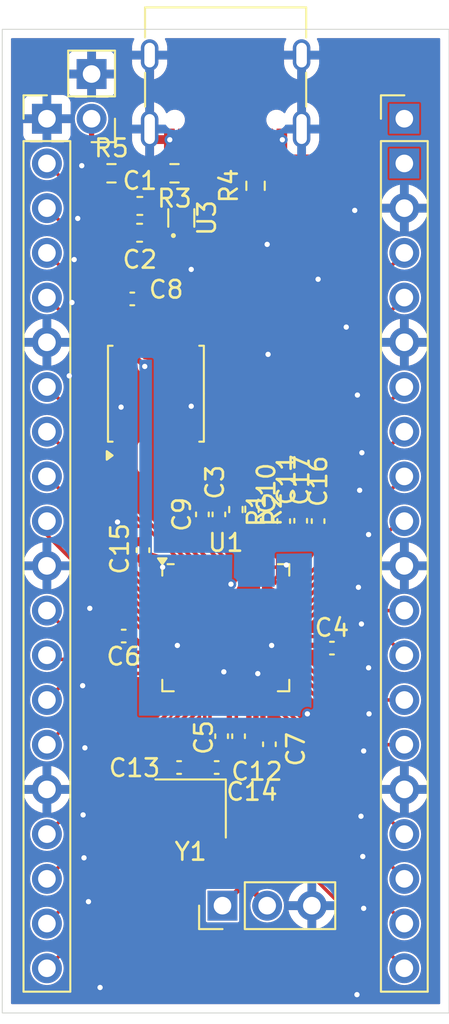
<source format=kicad_pcb>
(kicad_pcb (version 20240108) (generator "pcbnew") (generator_version "8.0")
  (layers (0 "F.Cu" signal) (1 "In1.Cu" signal) (2 "In2.Cu" signal) (31 "B.Cu" signal) (34 "B.Paste" user) (35 "F.Paste" user) (36 "B.SilkS" user "B.Silkscreen") (37 "F.SilkS" user "F.Silkscreen") (38 "B.Mask" user) (39 "F.Mask" user) (44 "Edge.Cuts" user))
  (net 0 "")
  (net 1 "GPIO25")
  (net 2 "GND")
  (net 3 "GPIO19")
  (net 4 "GPIO27")
  (net 5 "GPIO26")
  (net 6 "GPIO16")
  (net 7 "GPIO24")
  (net 8 "GPIO23")
  (net 9 "GPIO21")
  (net 10 "Net-(U1-QSPI_SCLK)")
  (net 11 "GPIO20")
  (net 12 "GPIO22")
  (net 13 "GPIO28")
  (net 14 "Net-(U1-QSPI_SS)")
  (net 15 "GPIO29")
  (net 16 "GPIO18")
  (net 17 "GPIO17")
  (net 18 "GPIO5")
  (net 19 "GPIO9")
  (net 20 "GPIO0")
  (net 21 "GPIO2")
  (net 22 "GPIO14")
  (net 23 "GPIO7")
  (net 24 "GPIO15")
  (net 25 "GPIO11")
  (net 26 "GPIO1")
  (net 27 "GPIO10")
  (net 28 "GPIO4")
  (net 29 "GPIO6")
  (net 30 "GPIO12")
  (net 31 "GPIO8")
  (net 32 "Net-(U1-QSPI_SD0)")
  (net 33 "Net-(U1-QSPI_SD1)")
  (net 34 "GPIO3")
  (net 35 "GPIO13")
  (net 36 "Net-(J4-Pin_2)")
  (net 37 "Net-(J5-Pin_1)")
  (net 38 "Net-(J5-Pin_2)")
  (net 39 "Net-(U1-USB_DP)")
  (net 40 "3.3V")
  (net 41 "Net-(U1-QSPI_SD2)")
  (net 42 "Net-(U1-XIN)")
  (net 43 "Net-(U1-QSPI_SD3)")
  (net 44 "Net-(U1-VREG_VOUT)")
  (net 45 "Net-(U1-XOUT)")
  (net 46 "Net-(U1-USB_DM)")
  (net 47 "Net-(USB1-CC2)")
  (net 48 "Net-(USB1-CC1)")
  (net 51 "5v")
  (net 52 "USB-D+")
  (net 53 "USB-D-")
  (footprint "Capacitor_SMD:C_0402_1005Metric" (layer "F.Cu") (at 139.4714 83.3374 -90)
    (property "Reference" "C5")
    (property "Value" "100nF" (hide yes))
  )
  (footprint "Connector_PinHeader_2.54mm:PinHeader_1x02_P2.54mm_Vertical" (layer "F.Cu") (at 132.08 48.26 180)
    (property "Reference" "J4" (hide yes))
    (property "Value" "Conn_01x02_Pin" (hide yes))
  )
  (footprint "Capacitor_SMD:C_0402_1005Metric" (layer "F.Cu") (at 139.319 70.7364 90)
    (property "Reference" "C3")
    (property "Value" "100nF" (hide yes))
  )
  (footprint "Capacitor_SMD:C_0402_1005Metric" (layer "F.Cu") (at 139.192 85.1154)
    (property "Reference" "C14")
    (property "Value" "3pF" (hide yes))
  )
  (footprint "Connector_PinHeader_2.54mm:PinHeader_1x20_P2.54mm_Vertical" (layer "F.Cu") (at 129.54 48.26)
    (property "Reference" "J2" (hide yes))
    (property "Value" "Conn_01x20_Pin" (hide yes))
  )
  (footprint "Capacitor_SMD:C_0402_1005Metric" (layer "F.Cu") (at 144.9578 71.1174 -90)
    (property "Reference" "C16")
    (property "Value" "100nF" (hide yes))
  )
  (footprint "Capacitor_SMD:C_0402_1005Metric" (layer "F.Cu") (at 133.9062 77.6478 180)
    (property "Reference" "C6")
    (property "Value" "100nF" (hide yes))
  )
  (footprint "Capacitor_SMD:C_0402_1005Metric" (layer "F.Cu") (at 140.4366 83.3374 90)
    (property "Reference" "C12")
    (property "Value" "100nF" (hide yes))
  )
  (footprint "Connector_PinHeader_2.54mm:PinHeader_1x20_P2.54mm_Vertical" (layer "F.Cu") (at 149.86 48.26)
    (property "Reference" "J1" (hide yes))
    (property "Value" "Conn_01x20_Pin" (hide yes))
  )
  (footprint "Capacitor_SMD:C_0402_1005Metric" (layer "F.Cu") (at 138.3792 70.7364 -90)
    (property "Reference" "C9")
    (property "Value" "100nF" (hide yes))
  )
  (footprint "Crystal:Crystal_SMD_3225-4Pin_3.2x2.5mm" (layer "F.Cu") (at 137.7119 87.4437 180)
    (property "Reference" "Y1")
    (property "Value" "12MHz" (hide yes))
  )
  (footprint "Capacitor_SMD:C_0402_1005Metric" (layer "F.Cu") (at 134.394 58.4962 180)
    (property "Reference" "C8")
    (property "Value" "100nF" (hide yes))
  )
  (footprint "Capacitor_SMD:C_0402_1005Metric" (layer "F.Cu") (at 143.9672 71.0972 -90)
    (property "Reference" "C17")
    (property "Value" "100nF" (hide yes))
  )
  (footprint "Capacitor_SMD:C_0402_1005Metric" (layer "F.Cu") (at 135.001 72.7684 -90)
    (property "Reference" "C15")
    (property "Value" "100nF" (hide yes))
  )
  (footprint "Package_DFN_QFN:QFN-56-1EP_7x7mm_P0.4mm_EP3.2x3.2mm" (layer "F.Cu") (at 139.7094 77.1737)
    (property "Reference" "U1")
    (property "Value" "RP2040" (hide yes))
  )
  (footprint "Resistor_SMD:R_0603_1608Metric" (layer "F.Cu") (at 133.2108 51.3588)
    (property "Reference" "R5")
    (property "Value" "1k" (hide yes))
  )
  (footprint "Resistor_SMD:R_0402_1005Metric" (layer "F.Cu") (at 140.2842 70.4616 -90)
    (property "Reference" "R1")
    (property "Value" "27" (hide yes))
  )
  (footprint "Capacitor_SMD:C_0402_1005Metric" (layer "F.Cu") (at 143.002 71.1174 90)
    (property "Reference" "C11")
    (property "Value" "100nF" (hide yes))
  )
  (footprint "Capacitor_SMD:C_0603_1608Metric" (layer "F.Cu") (at 134.8102 54.737)
    (property "Reference" "C2")
    (property "Value" "1uF" (hide yes))
  )
  (footprint "Capacitor_SMD:C_0402_1005Metric" (layer "F.Cu") (at 137.0558 85.1154 180)
    (property "Reference" "C13")
    (property "Value" "3pF" (hide yes))
  )
  (footprint "Resistor_SMD:R_0603_1608Metric" (layer "F.Cu") (at 136.7922 51.3588 180)
    (property "Reference" "R3")
    (property "Value" "5.1k" (hide yes))
  )
  (footprint "Capacitor_SMD:C_0603_1608Metric" (layer "F.Cu") (at 134.8232 53.213)
    (property "Reference" "C1")
    (property "Value" "1uF" (hide yes))
  )
  (footprint "Capacitor_SMD:C_0402_1005Metric" (layer "F.Cu") (at 142.1892 83.7946 90)
    (property "Reference" "C7")
    (property "Value" "100nF" (hide yes))
  )
  (footprint "Package_SON:Texas_X2SON-4_1x1mm_P0.65mm" (layer "F.Cu") (at 137.1802 53.897 90)
    (property "Reference" "U3")
    (property "Value" "TLV74133PDQNR" (hide yes))
  )
  (footprint "Connector_PinHeader_2.54mm:PinHeader_1x03_P2.54mm_Vertical" (layer "F.Cu") (at 139.5222 92.964 90)
    (property "Reference" "J5" (hide yes))
    (property "Value" "Conn_01x02_Pin" (hide yes))
  )
  (footprint "Package_SO:SOIC-8_5.23x5.23mm_P1.27mm" (layer "F.Cu") (at 135.7376 63.881 90)
    (property "Reference" "U2")
    (property "Value" "W25Q128JVS" (hide yes))
  )
  (footprint "Connector_USB:USB_C_Receptacle_G-Switch_GT-USB-7010ASV" (layer "F.Cu") (at 139.7 45.72 180)
    (property "Reference" "USB1" (hide yes))
    (property "Value" "USB_C_Receptacle" (hide yes))
  )
  (footprint "Capacitor_SMD:C_0402_1005Metric" (layer "F.Cu") (at 145.7452 78.3336)
    (property "Reference" "C4")
    (property "Value" "100nF" (hide yes))
  )
  (footprint "Capacitor_SMD:C_0402_1005Metric" (layer "F.Cu") (at 142.0622 71.0972 -90)
    (property "Reference" "C10")
    (property "Value" "100nF" (hide yes))
  )
  (footprint "Resistor_SMD:R_0402_1005Metric" (layer "F.Cu") (at 141.1986 70.4448 -90)
    (property "Reference" "R2")
    (property "Value" "27" (hide yes))
  )
  (footprint "Resistor_SMD:R_0603_1608Metric" (layer "F.Cu") (at 141.4018 52.07 -90)
    (property "Reference" "R4")
    (property "Value" "5.1k" (hide yes))
  )
  (gr_rect (start 127 43.18) (end 152.4 99.06) (stroke (width 0.05)) (fill none) (layer "Edge.Cuts"))
  (segment (start 143.681456 76.5737) (end 146.8182 73.436956) (width 0.2) (layer "F.Cu") (net 1))
  (segment (start 143.1469 76.5737) (end 143.681456 76.5737) (width 0.2) (layer "F.Cu") (net 1))
  (segment (start 146.8182 71.6218) (end 149.86 68.58) (width 0.2) (layer "F.Cu") (net 1))
  (segment (start 146.8182 73.436956) (end 146.8182 71.6218) (width 0.2) (layer "F.Cu") (net 1))
  (via (at 132.5626 97.6122) (size 0.6) (drill 0.3) (layers "F.Cu" "B.Cu") (net 2))
  (via (at 131.5974 87.8078) (size 0.6) (drill 0.3) (layers "F.Cu" "B.Cu") (net 2))
  (via (at 131.5212 50.927) (size 0.6) (drill 0.3) (layers "F.Cu" "B.Cu") (net 2))
  (via (at 147.1676 98.0186) (size 0.6) (drill 0.3) (layers "F.Cu" "B.Cu") (net 2))
  (via (at 131.2926 53.9242) (size 0.6) (drill 0.3) (layers "F.Cu" "B.Cu") (net 2))
  (via (at 142.0622 55.3974) (size 0.6) (drill 0.3) (layers "F.Cu" "B.Cu") (net 2))
  (via (at 137.7442 64.5922) (size 0.6) (drill 0.3) (layers "F.Cu" "B.Cu") (net 2))
  (via (at 146.558 60.0964) (size 0.6) (drill 0.3) (layers "F.Cu" "B.Cu") (net 2))
  (via (at 136.525 49.4538) (size 0.6) (drill 0.3) (layers "F.Cu" "B.Cu") (net 2))
  (via (at 147.5486 93.1164) (size 0.6) (drill 0.3) (layers "F.Cu" "B.Cu") (net 2))
  (via (at 147.828 71.882) (size 0.6) (drill 0.3) (layers "F.Cu" "B.Cu") (net 2))
  (via (at 131.9022 92.7354) (size 0.6) (drill 0.3) (layers "F.Cu" "B.Cu") (net 2))
  (via (at 142.113 61.6458) (size 0.6) (drill 0.3) (layers "F.Cu" "B.Cu") (net 2))
  (via (at 131.572 80.4672) (size 0.6) (drill 0.3) (layers "F.Cu" "B.Cu") (net 2))
  (via (at 144.3482 82.0674) (size 0.6) (drill 0.3) (layers "F.Cu" "B.Cu") (net 2))
  (via (at 147.3962 87.884) (size 0.6) (drill 0.3) (layers "F.Cu" "B.Cu") (net 2))
  (via (at 147.4978 90.17) (size 0.6) (drill 0.3) (layers "F.Cu" "B.Cu") (net 2))
  (via (at 147.250321 74.878575) (size 0.6) (drill 0.3) (layers "F.Cu" "B.Cu") (net 2))
  (via (at 137.7442 56.8198) (size 0.6) (drill 0.3) (layers "F.Cu" "B.Cu") (net 2))
  (via (at 133.5532 71.1708) (size 0.6) (drill 0.3) (layers "F.Cu" "B.Cu") (net 2))
  (via (at 144.9578 57.3786) (size 0.6) (drill 0.3) (layers "F.Cu" "B.Cu") (net 2))
  (via (at 133.7564 64.643) (size 0.6) (drill 0.3) (layers "F.Cu" "B.Cu") (net 2))
  (via (at 131.9784 76.073) (size 0.6) (drill 0.3) (layers "F.Cu" "B.Cu") (net 2))
  (via (at 131.699 83.9978) (size 0.6) (drill 0.3) (layers "F.Cu" "B.Cu") (net 2))
  (via (at 147.447 67.2338) (size 0.6) (drill 0.3) (layers "F.Cu" "B.Cu") (net 2))
  (via (at 130.9624 58.6994) (size 0.6) (drill 0.3) (layers "F.Cu" "B.Cu") (net 2))
  (via (at 147.0406 53.467) (size 0.6) (drill 0.3) (layers "F.Cu" "B.Cu") (net 2))
  (via (at 147.193 63.9572) (size 0.6) (drill 0.3) (layers "F.Cu" "B.Cu") (net 2))
  (via (at 131.0894 56.261) (size 0.6) (drill 0.3) (layers "F.Cu" "B.Cu") (net 2))
  (via (at 147.8534 82.0674) (size 0.6) (drill 0.3) (layers "F.Cu" "B.Cu") (net 2))
  (via (at 147.4216 76.962) (size 0.6) (drill 0.3) (layers "F.Cu" "B.Cu") (net 2))
  (via (at 131.6482 90.2462) (size 0.6) (drill 0.3) (layers "F.Cu" "B.Cu") (net 2))
  (via (at 142.9258 49.4538) (size 0.6) (drill 0.3) (layers "F.Cu" "B.Cu") (net 2))
  (via (at 147.32 69.3674) (size 0.6) (drill 0.3) (layers "F.Cu" "B.Cu") (net 2))
  (via (at 147.828 79.4512) (size 0.6) (drill 0.3) (layers "F.Cu" "B.Cu") (net 2))
  (via (at 130.81 62.865) (size 0.6) (drill 0.3) (layers "F.Cu" "B.Cu") (net 2))
  (via (at 147.5486 84.1756) (size 0.6) (drill 0.3) (layers "F.Cu" "B.Cu") (net 2))
  (segment (start 143.1469 79.3737) (end 143.53934 79.3737) (width 0.2) (layer "F.Cu") (net 3))
  (segment (start 143.53934 79.3737) (end 145.2578 81.09216) (width 0.2) (layer "F.Cu") (net 3))
  (segment (start 145.2578 81.09216) (end 145.2578 84.2978) (width 0.2) (layer "F.Cu") (net 3))
  (segment (start 145.2578 84.2978) (end 149.86 88.9) (width 0.2) (layer "F.Cu") (net 3))
  (segment (start 143.632928 75.7737) (end 146.2182 73.188428) (width 0.2) (layer "F.Cu") (net 4))
  (segment (start 146.2182 73.188428) (end 146.2182 67.1418) (width 0.2) (layer "F.Cu") (net 4))
  (segment (start 146.2182 67.1418) (end 149.86 63.5) (width 0.2) (layer "F.Cu") (net 4))
  (segment (start 143.1469 75.7737) (end 143.632928 75.7737) (width 0.2) (layer "F.Cu") (net 4))
  (segment (start 146.5182 69.3818) (end 149.86 66.04) (width 0.2) (layer "F.Cu") (net 5))
  (segment (start 146.5182 73.312692) (end 146.5182 69.3818) (width 0.2) (layer "F.Cu") (net 5))
  (segment (start 143.657192 76.1737) (end 146.5182 73.312692) (width 0.2) (layer "F.Cu") (net 5))
  (segment (start 143.1469 76.1737) (end 143.657192 76.1737) (width 0.2) (layer "F.Cu") (net 5))
  (segment (start 144.3578 83.485853) (end 144.3578 91.0178) (width 0.2) (layer "F.Cu") (net 6))
  (segment (start 141.9094 80.6112) (end 141.9094 81.037453) (width 0.2) (layer "F.Cu") (net 6))
  (segment (start 144.3578 91.0178) (end 149.86 96.52) (width 0.2) (layer "F.Cu") (net 6))
  (segment (start 141.9094 81.037453) (end 144.3578 83.485853) (width 0.2) (layer "F.Cu") (net 6))
  (segment (start 143.70572 76.9737) (end 149.55942 71.12) (width 0.2) (layer "F.Cu") (net 7))
  (segment (start 143.1469 76.9737) (end 143.70572 76.9737) (width 0.2) (layer "F.Cu") (net 7))
  (segment (start 149.55942 71.12) (end 149.86 71.12) (width 0.2) (layer "F.Cu") (net 7))
  (segment (start 143.729984 77.3737) (end 144.903684 76.2) (width 0.2) (layer "F.Cu") (net 8))
  (segment (start 143.1469 77.3737) (end 143.729984 77.3737) (width 0.2) (layer "F.Cu") (net 8))
  (segment (start 144.903684 76.2) (end 149.86 76.2) (width 0.2) (layer "F.Cu") (net 8))
  (segment (start 143.587868 78.5737) (end 145.8578 80.843632) (width 0.2) (layer "F.Cu") (net 9))
  (segment (start 145.8578 80.866736) (end 146.271064 81.28) (width 0.2) (layer "F.Cu") (net 9))
  (segment (start 145.8578 80.843632) (end 145.8578 80.866736) (width 0.2) (layer "F.Cu") (net 9))
  (segment (start 143.1469 78.5737) (end 143.587868 78.5737) (width 0.2) (layer "F.Cu") (net 9))
  (segment (start 146.271064 81.28) (end 149.86 81.28) (width 0.2) (layer "F.Cu") (net 9))
  (segment (start 137.3838 71.945368) (end 137.3838 69.7024) (width 0.2) (layer "F.Cu") (net 10))
  (segment (start 137.94173 59.281) (end 136.6292 59.281) (width 0.2) (layer "F.Cu") (net 10))
  (segment (start 138.7094 73.270968) (end 137.3838 71.945368) (width 0.2) (layer "F.Cu") (net 10))
  (segment (start 136.3726 59.5376) (end 136.3726 60.281) (width 0.2) (layer "F.Cu") (net 10))
  (segment (start 138.3792 68.707) (end 138.3792 59.71847) (width 0.2) (layer "F.Cu") (net 10))
  (segment (start 138.7094 73.7362) (end 138.7094 73.270968) (width 0.2) (layer "F.Cu") (net 10))
  (segment (start 138.3792 59.71847) (end 137.94173 59.281) (width 0.2) (layer "F.Cu") (net 10))
  (segment (start 137.3838 69.7024) (end 138.3792 68.707) (width 0.2) (layer "F.Cu") (net 10))
  (segment (start 136.6292 59.281) (end 136.3726 59.5376) (width 0.2) (layer "F.Cu") (net 10))
  (segment (start 143.563604 78.9737) (end 145.5578 80.967896) (width 0.2) (layer "F.Cu") (net 11))
  (segment (start 145.5578 80.991) (end 148.3868 83.82) (width 0.2) (layer "F.Cu") (net 11))
  (segment (start 148.3868 83.82) (end 149.86 83.82) (width 0.2) (layer "F.Cu") (net 11))
  (segment (start 145.5578 80.967896) (end 145.5578 80.991) (width 0.2) (layer "F.Cu") (net 11))
  (segment (start 143.1469 78.9737) (end 143.563604 78.9737) (width 0.2) (layer "F.Cu") (net 11))
  (segment (start 143.2469 77.6737) (end 148.7937 77.6737) (width 0.2) (layer "F.Cu") (net 12))
  (segment (start 148.7937 77.6737) (end 149.86 78.74) (width 0.2) (layer "F.Cu") (net 12))
  (segment (start 143.1469 77.7737) (end 143.2469 77.6737) (width 0.2) (layer "F.Cu") (net 12))
  (segment (start 143.1469 75.3737) (end 143.608664 75.3737) (width 0.2) (layer "F.Cu") (net 13))
  (segment (start 145.9182 73.064164) (end 145.9182 62.3618) (width 0.2) (layer "F.Cu") (net 13))
  (segment (start 143.608664 75.3737) (end 145.9182 73.064164) (width 0.2) (layer "F.Cu") (net 13))
  (segment (start 145.9182 62.3618) (end 149.86 58.42) (width 0.2) (layer "F.Cu") (net 13))
  (segment (start 133.096 57.8612) (end 133.096 66.7444) (width 0.2) (layer "F.Cu") (net 14))
  (segment (start 133.8326 67.481) (end 133.8326 70.091224) (width 0.2) (layer "F.Cu") (net 14))
  (segment (start 134.0358 51.3588) (end 134.8232 52.1462) (width 0.2) (layer "F.Cu") (net 14))
  (segment (start 133.096 66.7444) (end 133.8326 67.481) (width 0.2) (layer "F.Cu") (net 14))
  (segment (start 134.8232 56.134) (end 133.096 57.8612) (width 0.2) (layer "F.Cu") (net 14))
  (segment (start 133.8326 70.091224) (end 137.1094 73.368024) (width 0.2) (layer "F.Cu") (net 14))
  (segment (start 134.8232 52.1462) (end 134.8232 56.134) (width 0.2) (layer "F.Cu") (net 14))
  (segment (start 137.1094 73.368024) (end 137.1094 73.7362) (width 0.2) (layer "F.Cu") (net 14))
  (segment (start 143.1469 74.9737) (end 143.5844 74.9737) (width 0.2) (layer "F.Cu") (net 15))
  (segment (start 145.6182 60.1218) (end 149.86 55.88) (width 0.2) (layer "F.Cu") (net 15))
  (segment (start 145.6182 72.9399) (end 145.6182 60.1218) (width 0.2) (layer "F.Cu") (net 15))
  (segment (start 143.5844 74.9737) (end 145.6182 72.9399) (width 0.2) (layer "F.Cu") (net 15))
  (segment (start 144.9578 86.5378) (end 149.86 91.44) (width 0.2) (layer "F.Cu") (net 16))
  (segment (start 143.515076 79.7737) (end 144.9578 81.216424) (width 0.2) (layer "F.Cu") (net 16))
  (segment (start 144.9578 81.216424) (end 144.9578 86.5378) (width 0.2) (layer "F.Cu") (net 16))
  (segment (start 143.1469 79.7737) (end 143.515076 79.7737) (width 0.2) (layer "F.Cu") (net 16))
  (segment (start 142.3094 81.013189) (end 144.6578 83.361589) (width 0.2) (layer "F.Cu") (net 17))
  (segment (start 144.6578 88.7778) (end 149.86 93.98) (width 0.2) (layer "F.Cu") (net 17))
  (segment (start 144.6578 83.361589) (end 144.6578 88.7778) (width 0.2) (layer "F.Cu") (net 17))
  (segment (start 142.3094 80.6112) (end 142.3094 81.013189) (width 0.2) (layer "F.Cu") (net 17))
  (segment (start 136.2719 76.9737) (end 135.4699 76.9737) (width 0.2) (layer "F.Cu") (net 18))
  (segment (start 130.89 72.3938) (end 130.89 67.39) (width 0.2) (layer "F.Cu") (net 18))
  (segment (start 135.4699 76.9737) (end 130.89 72.3938) (width 0.2) (layer "F.Cu") (net 18))
  (segment (start 130.89 67.39) (end 129.54 66.04) (width 0.2) (layer "F.Cu") (net 18))
  (segment (start 129.7737 78.9737) (end 129.54 78.74) (width 0.2) (layer "F.Cu") (net 19))
  (segment (start 136.2719 78.9737) (end 129.7737 78.9737) (width 0.2) (layer "F.Cu") (net 19))
  (segment (start 132.39 53.65) (end 129.54 50.8) (width 0.2) (layer "F.Cu") (net 20))
  (segment (start 136.2719 74.9737) (end 135.59122 74.9737) (width 0.2) (layer "F.Cu") (net 20))
  (segment (start 135.59122 74.9737) (end 132.39 71.77248) (width 0.2) (layer "F.Cu") (net 20))
  (segment (start 132.39 71.77248) (end 132.39 53.65) (width 0.2) (layer "F.Cu") (net 20))
  (segment (start 136.2719 75.7737) (end 135.542692 75.7737) (width 0.2) (layer "F.Cu") (net 21))
  (segment (start 131.79 72.021008) (end 131.79 58.13) (width 0.2) (layer "F.Cu") (net 21))
  (segment (start 131.79 58.13) (end 129.54 55.88) (width 0.2) (layer "F.Cu") (net 21))
  (segment (start 135.542692 75.7737) (end 131.79 72.021008) (width 0.2) (layer "F.Cu") (net 21))
  (segment (start 137.9094 80.6112) (end 137.9094 81.699) (width 0.2) (layer "F.Cu") (net 22))
  (segment (start 137.9094 81.699) (end 134.701 84.9074) (width 0.2) (layer "F.Cu") (net 22))
  (segment (start 134.701 84.9074) (end 134.701 88.819) (width 0.2) (layer "F.Cu") (net 22))
  (segment (start 134.701 88.819) (end 129.54 93.98) (width 0.2) (layer "F.Cu") (net 22))
  (segment (start 135.4063 77.7737) (end 129.54 71.9074) (width 0.2) (layer "F.Cu") (net 23))
  (segment (start 136.2719 77.7737) (end 135.4063 77.7737) (width 0.2) (layer "F.Cu") (net 23))
  (segment (start 129.54 71.9074) (end 129.54 71.12) (width 0.2) (layer "F.Cu") (net 23))
  (segment (start 138.3094 81.7308) (end 135.001 85.0392) (width 0.2) (layer "F.Cu") (net 24))
  (segment (start 138.3094 80.6112) (end 138.3094 81.7308) (width 0.2) (layer "F.Cu") (net 24))
  (segment (start 135.001 91.059) (end 129.54 96.52) (width 0.2) (layer "F.Cu") (net 24))
  (segment (start 135.001 85.0392) (end 135.001 91.059) (width 0.2) (layer "F.Cu") (net 24))
  (segment (start 136.2719 79.7737) (end 133.5863 79.7737) (width 0.2) (layer "F.Cu") (net 25))
  (segment (start 133.5863 79.7737) (end 129.54 83.82) (width 0.2) (layer "F.Cu") (net 25))
  (segment (start 136.2719 75.3737) (end 135.566956 75.3737) (width 0.2) (layer "F.Cu") (net 26))
  (segment (start 135.566956 75.3737) (end 132.09 71.896744) (width 0.2) (layer "F.Cu") (net 26))
  (segment (start 132.09 71.896744) (end 132.09 55.89) (width 0.2) (layer "F.Cu") (net 26))
  (segment (start 132.09 55.89) (end 129.54 53.34) (width 0.2) (layer "F.Cu") (net 26))
  (segment (start 136.2719 79.3737) (end 131.4463 79.3737) (width 0.2) (layer "F.Cu") (net 27))
  (segment (start 131.4463 79.3737) (end 129.54 81.28) (width 0.2) (layer "F.Cu") (net 27))
  (segment (start 135.494164 76.5737) (end 131.19 72.269536) (width 0.2) (layer "F.Cu") (net 28))
  (segment (start 131.19 72.269536) (end 131.19 65.15) (width 0.2) (layer "F.Cu") (net 28))
  (segment (start 131.19 65.15) (end 129.54 63.5) (width 0.2) (layer "F.Cu") (net 28))
  (segment (start 136.2719 76.5737) (end 135.494164 76.5737) (width 0.2) (layer "F.Cu") (net 28))
  (segment (start 130.59 69.63) (end 129.54 68.58) (width 0.2) (layer "F.Cu") (net 29))
  (segment (start 130.59 72.533136) (end 130.59 69.63) (width 0.2) (layer "F.Cu") (net 29))
  (segment (start 135.430564 77.3737) (end 130.59 72.533136) (width 0.2) (layer "F.Cu") (net 29))
  (segment (start 136.2719 77.3737) (end 135.430564 77.3737) (width 0.2) (layer "F.Cu") (net 29))
  (segment (start 137.1094 80.6112) (end 137.1094 81.3306) (width 0.2) (layer "F.Cu") (net 30))
  (segment (start 137.1094 81.3306) (end 129.54 88.9) (width 0.2) (layer "F.Cu") (net 30))
  (segment (start 131.9137 78.5737) (end 129.54 76.2) (width 0.2) (layer "F.Cu") (net 31))
  (segment (start 136.2719 78.5737) (end 131.9137 78.5737) (width 0.2) (layer "F.Cu") (net 31))
  (segment (start 136.8806 63.2714) (end 137.6426 62.5094) (width 0.2) (layer "F.Cu") (net 32))
  (segment (start 138.3094 73.295232) (end 136.8806 71.866432) (width 0.2) (layer "F.Cu") (net 32))
  (segment (start 138.3094 73.7362) (end 138.3094 73.295232) (width 0.2) (layer "F.Cu") (net 32))
  (segment (start 137.6426 62.5094) (end 137.6426 60.281) (width 0.2) (layer "F.Cu") (net 32))
  (segment (start 136.8806 71.866432) (end 136.8806 63.2714) (width 0.2) (layer "F.Cu") (net 32))
  (segment (start 137.5094 73.34376) (end 137.5094 73.7362) (width 0.2) (layer "F.Cu") (net 33))
  (segment (start 135.1026 70.93696) (end 137.5094 73.34376) (width 0.2) (layer "F.Cu") (net 33))
  (segment (start 135.1026 67.481) (end 135.1026 70.93696) (width 0.2) (layer "F.Cu") (net 33))
  (segment (start 135.518428 76.1737) (end 131.49 72.145272) (width 0.2) (layer "F.Cu") (net 34))
  (segment (start 136.2719 76.1737) (end 135.518428 76.1737) (width 0.2) (layer "F.Cu") (net 34))
  (segment (start 131.49 60.37) (end 129.54 58.42) (width 0.2) (layer "F.Cu") (net 34))
  (segment (start 131.49 72.145272) (end 131.49 60.37) (width 0.2) (layer "F.Cu") (net 34))
  (segment (start 134.401 86.579) (end 134.401 84.783136) (width 0.2) (layer "F.Cu") (net 35))
  (segment (start 137.5094 81.674736) (end 137.5094 80.6112) (width 0.2) (layer "F.Cu") (net 35))
  (segment (start 129.54 91.44) (end 134.401 86.579) (width 0.2) (layer "F.Cu") (net 35))
  (segment (start 134.401 84.783136) (end 137.5094 81.674736) (width 0.2) (layer "F.Cu") (net 35))
  (segment (start 132.08 51.053) (end 132.3858 51.3588) (width 0.3) (layer "F.Cu") (net 36))
  (segment (start 132.08 48.26) (end 132.08 51.053) (width 0.3) (layer "F.Cu") (net 36))
  (segment (start 141.0232 81.777599) (end 141.0232 91.463) (width 0.3) (layer "F.Cu") (net 37))
  (segment (start 140.7094 81.463799) (end 141.0232 81.777599) (width 0.3) (layer "F.Cu") (net 37))
  (segment (start 141.0232 91.463) (end 139.5222 92.964) (width 0.3) (layer "F.Cu") (net 37))
  (segment (start 140.7094 80.6112) (end 140.7094 81.463799) (width 0.3) (layer "F.Cu") (net 37))
  (segment (start 141.4232 81.611913) (end 141.4232 92.325) (width 0.3) (layer "F.Cu") (net 38))
  (segment (start 141.1094 81.298113) (end 141.4232 81.611913) (width 0.3) (layer "F.Cu") (net 38))
  (segment (start 141.4232 92.325) (end 142.0622 92.964) (width 0.3) (layer "F.Cu") (net 38))
  (segment (start 141.1094 80.6112) (end 141.1094 81.298113) (width 0.3) (layer "F.Cu") (net 38))
  (segment (start 140.2842 70.9716) (end 140.7094 71.3968) (width 0.2) (layer "F.Cu") (net 39))
  (segment (start 140.7094 71.3968) (end 140.7094 73.7362) (width 0.2) (layer "F.Cu") (net 39))
  (segment (start 133.8326 61.0616) (end 135.1026 62.3316) (width 0.3) (layer "F.Cu") (net 40))
  (segment (start 143.1394 78.1812) (end 143.1469 78.1737) (width 0.3) (layer "F.Cu") (net 40))
  (segment (start 141.5288 80.5918) (end 141.5094 80.6112) (width 0.3) (layer "F.Cu") (net 40))
  (segment (start 141.5288 79.7814) (end 141.5288 80.5918) (width 0.3) (layer "F.Cu") (net 40))
  (segment (start 139.9094 82.4194) (end 139.4714 82.8574) (width 0.3) (layer "F.Cu") (net 40))
  (segment (start 142.3162 78.1812) (end 143.1394 78.1812) (width 0.3) (layer "F.Cu") (net 40))
  (segment (start 145.1053 78.1737) (end 145.2652 78.3336) (width 0.3) (layer "F.Cu") (net 40))
  (segment (start 141.8232 82.9486) (end 142.1892 83.3146) (width 0.3) (layer "F.Cu") (net 40))
  (segment (start 133.8326 58.672176) (end 133.8326 60.281) (width 0.3) (layer "F.Cu") (net 40))
  (segment (start 135.5852 54.737) (end 135.3058 55.0164) (width 0.3) (layer "F.Cu") (net 40))
  (segment (start 134.9121 78.1737) (end 134.3862 77.6478) (width 0.3) (layer "F.Cu") (net 40))
  (segment (start 139.5984 79.6798) (end 139.9094 79.9908) (width 0.3) (layer "F.Cu") (net 40))
  (segment (start 136.2719 78.1737) (end 134.9121 78.1737) (width 0.3) (layer "F.Cu") (net 40))
  (segment (start 133.8326 60.281) (end 133.8326 61.0616) (width 0.3) (layer "F.Cu") (net 40))
  (segment (start 141.5094 80.6112) (end 141.5094 81.132427) (width 0.3) (layer "F.Cu") (net 40))
  (segment (start 135.3058 57.198976) (end 133.8326 58.672176) (width 0.3) (layer "F.Cu") (net 40))
  (segment (start 139.9094 79.9908) (end 139.9094 80.6112) (width 0.3) (layer "F.Cu") (net 40))
  (segment (start 143.1469 78.1737) (end 145.1053 78.1737) (width 0.3) (layer "F.Cu") (net 40))
  (segment (start 141.8232 81.446227) (end 141.8232 82.9486) (width 0.3) (layer "F.Cu") (net 40))
  (segment (start 135.3058 55.0164) (end 135.3058 57.198976) (width 0.3) (layer "F.Cu") (net 40))
  (segment (start 141.5094 81.132427) (end 141.8232 81.446227) (width 0.3) (layer "F.Cu") (net 40))
  (segment (start 136.9568 78.1812) (end 136.2794 78.1812) (width 0.3) (layer "F.Cu") (net 40))
  (segment (start 135.5852 54.737) (end 136.4452 54.737) (width 0.3) (layer "F.Cu") (net 40))
  (segment (start 139.9094 80.6112) (end 139.9094 82.4194) (width 0.3) (layer "F.Cu") (net 40))
  (segment (start 136.4452 54.737) (end 136.850862 54.331338) (width 0.3) (layer "F.Cu") (net 40))
  (segment (start 136.2794 78.1812) (end 136.2719 78.1737) (width 0.3) (layer "F.Cu") (net 40))
  (via (at 141.5288 79.7814) (size 0.6) (drill 0.3) (layers "F.Cu" "B.Cu") (net 40))
  (via (at 139.5984 79.6798) (size 0.6) (drill 0.3) (layers "F.Cu" "B.Cu") (net 40))
  (via (at 136.9568 78.1812) (size 0.6) (drill 0.3) (layers "F.Cu" "B.Cu") (net 40))
  (via (at 135.1026 62.3316) (size 0.6) (drill 0.3) (layers "F.Cu" "B.Cu") (net 40))
  (via (at 140.0048 74.7014) (size 0.6) (drill 0.3) (layers "F.Cu" "B.Cu") (net 40))
  (via (at 136.1186 73.7362) (size 0.6) (drill 0.3) (layers "F.Cu" "B.Cu") (net 40))
  (via (at 142.3162 78.1812) (size 0.6) (drill 0.3) (layers "F.Cu" "B.Cu") (net 40))
  (via (at 143.1544 73.6092) (size 0.6) (drill 0.3) (layers "F.Cu" "B.Cu") (net 40))
  (segment (start 136.3726 67.481) (end 136.3726 71.782696) (width 0.2) (layer "F.Cu") (net 41))
  (segment (start 137.9094 73.319496) (end 137.9094 73.7362) (width 0.2) (layer "F.Cu") (net 41))
  (segment (start 136.3726 71.782696) (end 137.9094 73.319496) (width 0.2) (layer "F.Cu") (net 41))
  (segment (start 138.5106 83.1298) (end 137.5456 84.0948) (width 0.2) (layer "F.Cu") (net 42))
  (segment (start 139.1094 81.413622) (end 138.5106 82.012422) (width 0.2) (layer "F.Cu") (net 42))
  (segment (start 136.6119 88.2937) (end 137.5456 87.36) (width 0.2) (layer "F.Cu") (net 42))
  (segment (start 137.5456 84.0948) (end 137.5456 85.1154) (width 0.2) (layer "F.Cu") (net 42))
  (segment (start 139.1094 80.6112) (end 139.1094 81.413622) (width 0.2) (layer "F.Cu") (net 42))
  (segment (start 138.5106 82.012422) (end 138.5106 83.1298) (width 0.2) (layer "F.Cu") (net 42))
  (segment (start 137.5456 87.36) (end 137.5456 85.1154) (width 0.2) (layer "F.Cu") (net 42))
  (segment (start 136.6012 58.7502) (end 136.07347 59.27793) (width 0.2) (layer "F.Cu") (net 43))
  (segment (start 137.6838 71.666514) (end 137.6838 69.826664) (width 0.2) (layer "F.Cu") (net 43))
  (segment (start 136.07347 59.281) (end 135.1026 60.25187) (width 0.2) (layer "F.Cu") (net 43))
  (segment (start 137.835194 58.7502) (end 136.6012 58.7502) (width 0.2) (layer "F.Cu") (net 43))
  (segment (start 139.1094 73.7362) (end 139.1094 73.092114) (width 0.2) (layer "F.Cu") (net 43))
  (segment (start 138.6792 68.831264) (end 138.6792 59.594206) (width 0.2) (layer "F.Cu") (net 43))
  (segment (start 137.6838 69.826664) (end 138.6792 68.831264) (width 0.2) (layer "F.Cu") (net 43))
  (segment (start 136.07347 59.27793) (end 136.07347 59.281) (width 0.2) (layer "F.Cu") (net 43))
  (segment (start 139.1094 73.092114) (end 137.6838 71.666514) (width 0.2) (layer "F.Cu") (net 43))
  (segment (start 135.1026 60.25187) (end 135.1026 60.281) (width 0.2) (layer "F.Cu") (net 43))
  (segment (start 138.6792 59.594206) (end 137.835194 58.7502) (width 0.2) (layer "F.Cu") (net 43))
  (segment (start 139.5094 73.7362) (end 139.5094 73.06785) (width 0.2) (layer "F.Cu") (net 44))
  (segment (start 140.3094 82.7302) (end 140.4366 82.8574) (width 0.2) (layer "F.Cu") (net 44))
  (segment (start 138.3792 71.93765) (end 138.3792 71.2164) (width 0.2) (layer "F.Cu") (net 44))
  (segment (start 141.5094 73.7362) (end 141.5094 72.13) (width 0.2) (layer "F.Cu") (net 44))
  (segment (start 140.3094 80.6112) (end 140.3094 82.7302) (width 0.2) (layer "F.Cu") (net 44))
  (segment (start 141.5094 73.7362) (end 141.5094 74.1737) (width 0.2) (layer "F.Cu") (net 44))
  (segment (start 141.5094 72.13) (end 142.0622 71.5772) (width 0.2) (layer "F.Cu") (net 44))
  (segment (start 139.5094 73.06785) (end 138.3792 71.93765) (width 0.2) (layer "F.Cu") (net 44))
  (segment (start 138.8119 86.5937) (end 138.8119 85.1167) (width 0.2) (layer "F.Cu") (net 45))
  (segment (start 138.8106 82.136686) (end 139.5094 81.437886) (width 0.2) (layer "F.Cu") (net 45))
  (segment (start 138.8106 85.1154) (end 138.8106 82.136686) (width 0.2) (layer "F.Cu") (net 45))
  (segment (start 139.5094 81.437886) (end 139.5094 80.6112) (width 0.2) (layer "F.Cu") (net 45))
  (segment (start 138.8119 85.1167) (end 138.8106 85.1154) (width 0.2) (layer "F.Cu") (net 45))
  (segment (start 141.1094 71.044) (end 141.1986 70.9548) (width 0.2) (layer "F.Cu") (net 46))
  (segment (start 141.1094 73.7362) (end 141.1094 71.044) (width 0.2) (layer "F.Cu") (net 46))
  (segment (start 137.6172 51.3588) (end 137.95 51.026) (width 0.3) (layer "F.Cu") (net 47))
  (segment (start 137.95 51.026) (end 137.95 49.445) (width 0.3) (layer "F.Cu") (net 47))
  (segment (start 140.95 49.445) (end 140.95 50.7932) (width 0.3) (layer "F.Cu") (net 48))
  (segment (start 140.95 50.7932) (end 141.4018 51.245) (width 0.3) (layer "F.Cu") (net 48))
  (segment (start 139.6636 48.4886) (end 139.192 48.4886) (width 0.2) (layer "F.Cu") (net 52))
  (segment (start 138.95 48.7306) (end 138.95 49.445) (width 0.2) (layer "F.Cu") (net 52))
  (segment (start 139.7556 51.180601) (end 138.95 50.375001) (width 0.2) (layer "F.Cu") (net 52))
  (segment (start 139.192 48.4886) (end 138.95 48.7306) (width 0.2) (layer "F.Cu") (net 52))
  (segment (start 139.7556 69.423) (end 139.7556 51.180601) (width 0.2) (layer "F.Cu") (net 52))
  (segment (start 139.95 48.775) (end 139.6636 48.4886) (width 0.2) (layer "F.Cu") (net 52))
  (segment (start 139.95 49.445) (end 139.95 48.775) (width 0.2) (layer "F.Cu") (net 52))
  (segment (start 140.2842 69.9516) (end 139.7556 69.423) (width 0.2) (layer "F.Cu") (net 52))
  (segment (start 138.95 50.375001) (end 138.95 49.445) (width 0.2) (layer "F.Cu") (net 52))
  (segment (start 139.7254 50.4444) (end 140.208 50.4444) (width 0.2) (layer "F.Cu") (net 53))
  (segment (start 139.45 49.445) (end 139.45 50.169) (width 0.2) (layer "F.Cu") (net 53))
  (segment (start 140.2996 58.96628) (end 140.500392 58.96628) (width 0.2) (layer "F.Cu") (net 53))
  (segment (start 140.500392 58.35628) (end 140.2996 58.35628) (width 0.2) (layer "F.Cu") (net 53))
  (segment (start 140.0556 68.7918) (end 140.0556 59.21028) (width 0.2) (layer "F.Cu") (net 53))
  (segment (start 139.45 50.169) (end 139.7254 50.4444) (width 0.2) (layer "F.Cu") (net 53))
  (segment (start 140.0556 57.99028) (end 140.0556 56.388) (width 0.2) (layer "F.Cu") (net 53))
  (segment (start 141.1986 69.9348) (end 140.0556 68.7918) (width 0.2) (layer "F.Cu") (net 53))
  (segment (start 140.0556 56.388) (end 140.0556 50.7746) (width 0.2) (layer "F.Cu") (net 53))
  (segment (start 140.744392 58.72228) (end 140.744392 58.60028) (width 0.2) (layer "F.Cu") (net 53))
  (segment (start 140.45 50.2024) (end 140.45 49.445) (width 0.2) (layer "F.Cu") (net 53))
  (segment (start 140.208 50.4444) (end 140.45 50.2024) (width 0.2) (layer "F.Cu") (net 53))
  (segment (start 140.0556 58.11228) (end 140.0556 57.99028) (width 0.2) (layer "F.Cu") (net 53))
  (segment (start 140.0556 50.7746) (end 139.7254 50.4444) (width 0.2) (layer "F.Cu") (net 53))
  (arc (start 140.2996 58.35628) (mid 140.127066 58.284814) (end 140.0556 58.11228) (width 0.2) (layer "F.Cu") (net 53))
  (arc (start 140.500392 58.96628) (mid 140.672926 58.894814) (end 140.744392 58.72228) (width 0.2) (layer "F.Cu") (net 53))
  (arc (start 140.0556 59.21028) (mid 140.127066 59.037746) (end 140.2996 58.96628) (width 0.2) (layer "F.Cu") (net 53))
  (arc (start 140.744392 58.60028) (mid 140.672926 58.427746) (end 140.500392 58.35628) (width 0.2) (layer "F.Cu") (net 53))
  (zone (net 44) (net_name "Net-(U1-VREG_VOUT)") (layer "F.Cu") (priority 1) (connect_pads (clearance 0.09)) (min_thickness 0.05) (fill yes (thermal_gap 0.15) (thermal_bridge_width 0.5) (smoothing fillet) (radius 0.05))
    (polygon (pts (xy 137.414 74.93) (xy 139.319 74.2442) (xy 139.319 73.6854) (xy 139.7254 73.6854) (xy 139.7254 74.2442) (xy 141.3002 74.2442) (xy 141.3002 73.6854) (xy 141.7066 73.6854) (xy 141.7066 74.2696) (xy 141.6304 75.2856) (xy 137.9474 75.2348) (xy 137.922 78.994) (xy 140.5128 79.0448) (xy 140.512836 80.654747) (xy 140.106442 80.656247) (xy 140.1064 79.3242) (xy 137.414 79.2226)))
  )
  (zone (net 40) (net_name "3.3V") (layer "F.Cu") (priority 2) (connect_pads yes (clearance 0.09)) (min_thickness 0.09) (fill yes (thermal_gap 0.5) (thermal_bridge_width 0.5) (smoothing fillet) (radius 0.05) (island_removal_mode 1) (island_area_min 10))
    (polygon (pts (xy 139.7254 74.7268) (xy 140.2588 74.7268) (xy 140.462 74.2442) (xy 140.462 72.9742) (xy 139.7762 70.8406) (xy 138.9126 70.8152) (xy 138.8872 71.755) (xy 139.7 73.152)))
  )
  (zone (net 40) (net_name "3.3V") (layer "F.Cu") (priority 1) (connect_pads (clearance 0.2)) (min_thickness 0.05) (fill yes (thermal_gap 0.15) (thermal_bridge_width 0.5) (smoothing fillet) (radius 0.05))
    (polygon (pts (xy 141.7066 74.2696) (xy 141.732 73.152) (xy 142.494 71.2216) (xy 145.3642 71.1962) (xy 145.3896 71.882) (xy 143.7132 74.7522) (xy 142.5448 74.7522) (xy 142.0876 74.4728)))
  )
  (zone (net 51) (net_name "5v") (layer "F.Cu") (priority 1) (connect_pads yes (clearance 0.09)) (min_thickness 0.09) (fill yes (thermal_gap 0.5) (thermal_bridge_width 0.5) (smoothing fillet) (radius 0.05) (island_removal_mode 1) (island_area_min 10))
    (polygon (pts (xy 141.732 48.514) (xy 140.208 48.006) (xy 138.938 48.006) (xy 137.668 48.768) (xy 137.668 50.292) (xy 137.0838 50.8254) (xy 137.0076 51.7906) (xy 137.795 52.8828) (xy 137.795 53.8226) (xy 135.0264 53.848) (xy 135.001 52.6288) (xy 136.2456 52.578) (xy 136.5504 50.4952) (xy 136.906 48.26) (xy 137.668 47.498) (xy 141.478 47.498) (xy 142.494 48.26) (xy 142.494 50.292) (xy 145.2753 50.292) (xy 146.7612 49.5046) (xy 148.0439 48.6664) (xy 148.03398 47.396577) (xy 148.3106 47.1424) (xy 148.6408 47.0408) (xy 150.6982 47.0408) (xy 150.876 47.0916) (xy 150.89996 47.320193) (xy 150.87744 51.689007) (xy 150.7998 51.8668) (xy 150.621545 51.948962) (xy 143.5608 51.4096) (xy 141.732 50.292)))
  )
  (zone (net 40) (net_name "3.3V") (layer "F.Cu") (priority 1) (connect_pads (clearance 0.2)) (min_thickness 0.05) (fill yes (thermal_gap 0.15) (thermal_bridge_width 0.5) (smoothing fillet) (radius 0.05))
    (polygon (pts (xy 135.3058 72.8472) (xy 136.8044 73.3044) (xy 136.8044 74.7776) (xy 135.73745 74.789325) (xy 135.3058 74.2442) (xy 134.5946 73.533) (xy 134.62 72.8472)))
  )
  (zone (net 2) (net_name "GND") (layers "F.Cu" "In1.Cu" "In2.Cu" "B.Cu") (priority 1) (connect_pads (clearance 0.1)) (min_thickness 0.1) (fill yes (thermal_gap 0.5) (thermal_bridge_width 0.5) (island_removal_mode 2) (island_area_min 5))
    (polygon (pts (xy 127 43.18) (xy 152.4 43.18) (xy 152.273 99.695) (xy 126.873 99.695)))
  )
  (zone (net 40) (net_name "3.3V") (layer "B.Cu") (priority 1) (connect_pads (clearance 0.09)) (min_thickness 0.05) (fill yes (thermal_gap 0.15) (thermal_bridge_width 0.5))
    (polygon (pts (xy 134.7978 73.025) (xy 134.7978 61.9506) (xy 135.509 61.9506) (xy 135.509 73.025) (xy 140.081 73.025) (xy 140.0556 74.9554) (xy 142.5956 74.9554) (xy 142.5956 72.9742) (xy 144.6022 72.9488) (xy 144.5768 82.1944) (xy 134.7724 82.169)))
  )
)
</source>
